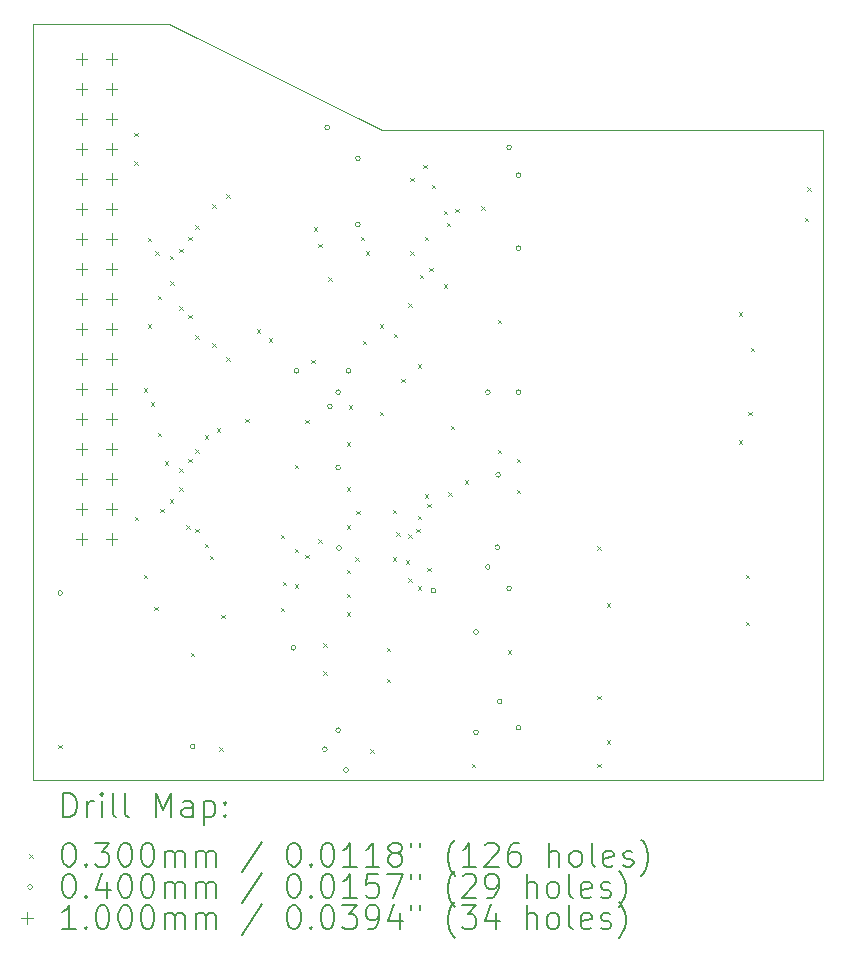
<source format=gbr>
%TF.GenerationSoftware,KiCad,Pcbnew,8.0.9*%
%TF.CreationDate,2025-05-10T12:34:39+01:00*%
%TF.ProjectId,megaflash,6d656761-666c-4617-9368-2e6b69636164,rev?*%
%TF.SameCoordinates,Original*%
%TF.FileFunction,Drillmap*%
%TF.FilePolarity,Positive*%
%FSLAX45Y45*%
G04 Gerber Fmt 4.5, Leading zero omitted, Abs format (unit mm)*
G04 Created by KiCad (PCBNEW 8.0.9) date 2025-05-10 12:34:39*
%MOMM*%
%LPD*%
G01*
G04 APERTURE LIST*
%ADD10C,0.100000*%
%ADD11C,0.200000*%
G04 APERTURE END LIST*
D10*
X6750000Y-11400000D02*
X13440000Y-11400000D01*
X9700000Y-5900000D02*
X7900000Y-5000000D01*
X6750000Y-5000000D02*
X7900000Y-5000000D01*
X13440000Y-5900000D02*
X9700000Y-5900000D01*
X6750000Y-5000000D02*
X6750000Y-11400000D01*
X13440000Y-11400000D02*
X13440000Y-5900000D01*
D11*
D10*
X6965000Y-11105000D02*
X6995000Y-11135000D01*
X6995000Y-11105000D02*
X6965000Y-11135000D01*
X7605000Y-5925000D02*
X7635000Y-5955000D01*
X7635000Y-5925000D02*
X7605000Y-5955000D01*
X7605000Y-6165000D02*
X7635000Y-6195000D01*
X7635000Y-6165000D02*
X7605000Y-6195000D01*
X7612000Y-9175000D02*
X7642000Y-9205000D01*
X7642000Y-9175000D02*
X7612000Y-9205000D01*
X7685000Y-8085000D02*
X7715000Y-8115000D01*
X7715000Y-8085000D02*
X7685000Y-8115000D01*
X7685000Y-9665000D02*
X7715000Y-9695000D01*
X7715000Y-9665000D02*
X7685000Y-9695000D01*
X7719000Y-6811000D02*
X7749000Y-6841000D01*
X7749000Y-6811000D02*
X7719000Y-6841000D01*
X7719000Y-7545000D02*
X7749000Y-7575000D01*
X7749000Y-7545000D02*
X7719000Y-7575000D01*
X7745000Y-8205000D02*
X7775000Y-8235000D01*
X7775000Y-8205000D02*
X7745000Y-8235000D01*
X7775000Y-9935000D02*
X7805000Y-9965000D01*
X7805000Y-9935000D02*
X7775000Y-9965000D01*
X7785000Y-6925000D02*
X7815000Y-6955000D01*
X7815000Y-6925000D02*
X7785000Y-6955000D01*
X7805000Y-8465000D02*
X7835000Y-8495000D01*
X7835000Y-8465000D02*
X7805000Y-8495000D01*
X7805000Y-7305000D02*
X7835000Y-7335000D01*
X7835000Y-7305000D02*
X7805000Y-7335000D01*
X7825000Y-9105000D02*
X7855000Y-9135000D01*
X7855000Y-9105000D02*
X7825000Y-9135000D01*
X7865000Y-8705000D02*
X7895000Y-8735000D01*
X7895000Y-8705000D02*
X7865000Y-8735000D01*
X7905000Y-6965000D02*
X7935000Y-6995000D01*
X7935000Y-6965000D02*
X7905000Y-6995000D01*
X7905000Y-9025000D02*
X7935000Y-9055000D01*
X7935000Y-9025000D02*
X7905000Y-9055000D01*
X7910000Y-7180000D02*
X7940000Y-7210000D01*
X7940000Y-7180000D02*
X7910000Y-7210000D01*
X7985000Y-6905000D02*
X8015000Y-6935000D01*
X8015000Y-6905000D02*
X7985000Y-6935000D01*
X7985000Y-7392000D02*
X8015000Y-7422000D01*
X8015000Y-7392000D02*
X7985000Y-7422000D01*
X7985000Y-8765000D02*
X8015000Y-8795000D01*
X8015000Y-8765000D02*
X7985000Y-8795000D01*
X7985000Y-8925000D02*
X8015000Y-8955000D01*
X8015000Y-8925000D02*
X7985000Y-8955000D01*
X8045000Y-9245300D02*
X8075000Y-9275300D01*
X8075000Y-9245300D02*
X8045000Y-9275300D01*
X8065000Y-6805000D02*
X8095000Y-6835000D01*
X8095000Y-6805000D02*
X8065000Y-6835000D01*
X8065000Y-7465000D02*
X8095000Y-7495000D01*
X8095000Y-7465000D02*
X8065000Y-7495000D01*
X8065000Y-8685000D02*
X8095000Y-8715000D01*
X8095000Y-8685000D02*
X8065000Y-8715000D01*
X8085000Y-10325000D02*
X8115000Y-10355000D01*
X8115000Y-10325000D02*
X8085000Y-10355000D01*
X8125000Y-6705000D02*
X8155000Y-6735000D01*
X8155000Y-6705000D02*
X8125000Y-6735000D01*
X8125000Y-7639000D02*
X8155000Y-7669000D01*
X8155000Y-7639000D02*
X8125000Y-7669000D01*
X8125000Y-8605000D02*
X8155000Y-8635000D01*
X8155000Y-8605000D02*
X8125000Y-8635000D01*
X8125000Y-9278000D02*
X8155000Y-9308000D01*
X8155000Y-9278000D02*
X8125000Y-9308000D01*
X8205000Y-8485000D02*
X8235000Y-8515000D01*
X8235000Y-8485000D02*
X8205000Y-8515000D01*
X8205000Y-9405000D02*
X8235000Y-9435000D01*
X8235000Y-9405000D02*
X8205000Y-9435000D01*
X8245000Y-9505000D02*
X8275000Y-9535000D01*
X8275000Y-9505000D02*
X8245000Y-9535000D01*
X8265000Y-7705000D02*
X8295000Y-7735000D01*
X8295000Y-7705000D02*
X8265000Y-7735000D01*
X8265000Y-6529750D02*
X8295000Y-6559750D01*
X8295000Y-6529750D02*
X8265000Y-6559750D01*
X8305000Y-8425000D02*
X8335000Y-8455000D01*
X8335000Y-8425000D02*
X8305000Y-8455000D01*
X8325000Y-11125000D02*
X8355000Y-11155000D01*
X8355000Y-11125000D02*
X8325000Y-11155000D01*
X8345000Y-10005000D02*
X8375000Y-10035000D01*
X8375000Y-10005000D02*
X8345000Y-10035000D01*
X8385000Y-6445000D02*
X8415000Y-6475000D01*
X8415000Y-6445000D02*
X8385000Y-6475000D01*
X8385000Y-7825000D02*
X8415000Y-7855000D01*
X8415000Y-7825000D02*
X8385000Y-7855000D01*
X8545000Y-8345000D02*
X8575000Y-8375000D01*
X8575000Y-8345000D02*
X8545000Y-8375000D01*
X8645000Y-7585000D02*
X8675000Y-7615000D01*
X8675000Y-7585000D02*
X8645000Y-7615000D01*
X8745000Y-7665000D02*
X8775000Y-7695000D01*
X8775000Y-7665000D02*
X8745000Y-7695000D01*
X8845000Y-9326750D02*
X8875000Y-9356750D01*
X8875000Y-9326750D02*
X8845000Y-9356750D01*
X8845000Y-9945000D02*
X8875000Y-9975000D01*
X8875000Y-9945000D02*
X8845000Y-9975000D01*
X8865000Y-9725000D02*
X8895000Y-9755000D01*
X8895000Y-9725000D02*
X8865000Y-9755000D01*
X8965000Y-8735000D02*
X8995000Y-8765000D01*
X8995000Y-8735000D02*
X8965000Y-8765000D01*
X8965000Y-9445000D02*
X8995000Y-9475000D01*
X8995000Y-9445000D02*
X8965000Y-9475000D01*
X8965000Y-9745000D02*
X8995000Y-9775000D01*
X8995000Y-9745000D02*
X8965000Y-9775000D01*
X9055250Y-8354750D02*
X9085250Y-8384750D01*
X9085250Y-8354750D02*
X9055250Y-8384750D01*
X9055250Y-9495250D02*
X9085250Y-9525250D01*
X9085250Y-9495250D02*
X9055250Y-9525250D01*
X9105000Y-7845000D02*
X9135000Y-7875000D01*
X9135000Y-7845000D02*
X9105000Y-7875000D01*
X9125000Y-6725000D02*
X9155000Y-6755000D01*
X9155000Y-6725000D02*
X9125000Y-6755000D01*
X9165000Y-6865000D02*
X9195000Y-6895000D01*
X9195000Y-6865000D02*
X9165000Y-6895000D01*
X9165000Y-9365000D02*
X9195000Y-9395000D01*
X9195000Y-9365000D02*
X9165000Y-9395000D01*
X9205000Y-10247500D02*
X9235000Y-10277500D01*
X9235000Y-10247500D02*
X9205000Y-10277500D01*
X9205000Y-10485000D02*
X9235000Y-10515000D01*
X9235000Y-10485000D02*
X9205000Y-10515000D01*
X9248000Y-7145000D02*
X9278000Y-7175000D01*
X9278000Y-7145000D02*
X9248000Y-7175000D01*
X9405000Y-8545000D02*
X9435000Y-8575000D01*
X9435000Y-8545000D02*
X9405000Y-8575000D01*
X9405000Y-8925000D02*
X9435000Y-8955000D01*
X9435000Y-8925000D02*
X9405000Y-8955000D01*
X9405000Y-9245000D02*
X9435000Y-9275000D01*
X9435000Y-9245000D02*
X9405000Y-9275000D01*
X9405000Y-9625000D02*
X9435000Y-9655000D01*
X9435000Y-9625000D02*
X9405000Y-9655000D01*
X9405000Y-9825000D02*
X9435000Y-9855000D01*
X9435000Y-9825000D02*
X9405000Y-9855000D01*
X9405000Y-9985000D02*
X9435000Y-10015000D01*
X9435000Y-9985000D02*
X9405000Y-10015000D01*
X9424000Y-8229281D02*
X9454000Y-8259281D01*
X9454000Y-8229281D02*
X9424000Y-8259281D01*
X9475250Y-9517250D02*
X9505250Y-9547250D01*
X9505250Y-9517250D02*
X9475250Y-9547250D01*
X9485000Y-9125000D02*
X9515000Y-9155000D01*
X9515000Y-9125000D02*
X9485000Y-9155000D01*
X9525000Y-6805000D02*
X9555000Y-6835000D01*
X9555000Y-6805000D02*
X9525000Y-6835000D01*
X9541000Y-7685000D02*
X9571000Y-7715000D01*
X9571000Y-7685000D02*
X9541000Y-7715000D01*
X9565000Y-6925000D02*
X9595000Y-6955000D01*
X9595000Y-6925000D02*
X9565000Y-6955000D01*
X9605000Y-11145000D02*
X9635000Y-11175000D01*
X9635000Y-11145000D02*
X9605000Y-11175000D01*
X9685000Y-7545000D02*
X9715000Y-7575000D01*
X9715000Y-7545000D02*
X9685000Y-7575000D01*
X9685000Y-8285000D02*
X9715000Y-8315000D01*
X9715000Y-8285000D02*
X9685000Y-8315000D01*
X9745000Y-10285000D02*
X9775000Y-10315000D01*
X9775000Y-10285000D02*
X9745000Y-10315000D01*
X9745000Y-10545000D02*
X9775000Y-10575000D01*
X9775000Y-10545000D02*
X9745000Y-10575000D01*
X9794750Y-9517250D02*
X9824750Y-9547250D01*
X9824750Y-9517250D02*
X9794750Y-9547250D01*
X9796750Y-9116750D02*
X9826750Y-9146750D01*
X9826750Y-9116750D02*
X9796750Y-9146750D01*
X9805000Y-7625000D02*
X9835000Y-7655000D01*
X9835000Y-7625000D02*
X9805000Y-7655000D01*
X9825000Y-9305000D02*
X9855000Y-9335000D01*
X9855000Y-9305000D02*
X9825000Y-9335000D01*
X9865001Y-8005000D02*
X9895001Y-8035000D01*
X9895001Y-8005000D02*
X9865001Y-8035000D01*
X9905000Y-9545000D02*
X9935000Y-9575000D01*
X9935000Y-9545000D02*
X9905000Y-9575000D01*
X9925000Y-7365000D02*
X9955000Y-7395000D01*
X9955000Y-7365000D02*
X9925000Y-7395000D01*
X9925000Y-9325000D02*
X9955000Y-9355000D01*
X9955000Y-9325000D02*
X9925000Y-9355000D01*
X9925000Y-9695000D02*
X9955000Y-9725000D01*
X9955000Y-9695000D02*
X9925000Y-9725000D01*
X9945000Y-6305000D02*
X9975000Y-6335000D01*
X9975000Y-6305000D02*
X9945000Y-6335000D01*
X9945000Y-6925000D02*
X9975000Y-6955000D01*
X9975000Y-6925000D02*
X9945000Y-6955000D01*
X9995725Y-9277850D02*
X10025725Y-9307850D01*
X10025725Y-9277850D02*
X9995725Y-9307850D01*
X10005000Y-7885000D02*
X10035000Y-7915000D01*
X10035000Y-7885000D02*
X10005000Y-7915000D01*
X10005000Y-9165000D02*
X10035000Y-9195000D01*
X10035000Y-9165000D02*
X10005000Y-9195000D01*
X10005000Y-9765000D02*
X10035000Y-9795000D01*
X10035000Y-9765000D02*
X10005000Y-9795000D01*
X10025000Y-7125000D02*
X10055000Y-7155000D01*
X10055000Y-7125000D02*
X10025000Y-7155000D01*
X10055000Y-6195000D02*
X10085000Y-6225000D01*
X10085000Y-6195000D02*
X10055000Y-6225000D01*
X10065000Y-8985000D02*
X10095000Y-9015000D01*
X10095000Y-8985000D02*
X10065000Y-9015000D01*
X10065001Y-6805001D02*
X10095001Y-6835001D01*
X10095001Y-6805001D02*
X10065001Y-6835001D01*
X10085000Y-9065000D02*
X10115000Y-9095000D01*
X10115000Y-9065000D02*
X10085000Y-9095000D01*
X10085000Y-9605000D02*
X10115000Y-9635000D01*
X10115000Y-9605000D02*
X10085000Y-9635000D01*
X10105000Y-7065000D02*
X10135000Y-7095000D01*
X10135000Y-7065000D02*
X10105000Y-7095000D01*
X10125000Y-6365000D02*
X10155000Y-6395000D01*
X10155000Y-6365000D02*
X10125000Y-6395000D01*
X10225000Y-6585000D02*
X10255000Y-6615000D01*
X10255000Y-6585000D02*
X10225000Y-6615000D01*
X10225000Y-7207000D02*
X10255000Y-7237000D01*
X10255000Y-7207000D02*
X10225000Y-7237000D01*
X10252000Y-6685000D02*
X10282000Y-6715000D01*
X10282000Y-6685000D02*
X10252000Y-6715000D01*
X10265000Y-8965000D02*
X10295000Y-8995000D01*
X10295000Y-8965000D02*
X10265000Y-8995000D01*
X10285000Y-8404000D02*
X10315000Y-8434000D01*
X10315000Y-8404000D02*
X10285000Y-8434000D01*
X10325000Y-6565000D02*
X10355000Y-6595000D01*
X10355000Y-6565000D02*
X10325000Y-6595000D01*
X10405000Y-8865000D02*
X10435000Y-8895000D01*
X10435000Y-8865000D02*
X10405000Y-8895000D01*
X10465000Y-11265000D02*
X10495000Y-11295000D01*
X10495000Y-11265000D02*
X10465000Y-11295000D01*
X10545000Y-6545000D02*
X10575000Y-6575000D01*
X10575000Y-6545000D02*
X10545000Y-6575000D01*
X10682000Y-7505000D02*
X10712000Y-7535000D01*
X10712000Y-7505000D02*
X10682000Y-7535000D01*
X10682000Y-8608750D02*
X10712000Y-8638750D01*
X10712000Y-8608750D02*
X10682000Y-8638750D01*
X10768000Y-10305000D02*
X10798000Y-10335000D01*
X10798000Y-10305000D02*
X10768000Y-10335000D01*
X10845000Y-8685000D02*
X10875000Y-8715000D01*
X10875000Y-8685000D02*
X10845000Y-8715000D01*
X10845000Y-8945000D02*
X10875000Y-8975000D01*
X10875000Y-8945000D02*
X10845000Y-8975000D01*
X11525000Y-9425000D02*
X11555000Y-9455000D01*
X11555000Y-9425000D02*
X11525000Y-9455000D01*
X11525000Y-10690000D02*
X11555000Y-10720000D01*
X11555000Y-10690000D02*
X11525000Y-10720000D01*
X11525000Y-11265000D02*
X11555000Y-11295000D01*
X11555000Y-11265000D02*
X11525000Y-11295000D01*
X11605000Y-9905000D02*
X11635000Y-9935000D01*
X11635000Y-9905000D02*
X11605000Y-9935000D01*
X11605000Y-11065000D02*
X11635000Y-11095000D01*
X11635000Y-11065000D02*
X11605000Y-11095000D01*
X12725000Y-7445000D02*
X12755000Y-7475000D01*
X12755000Y-7445000D02*
X12725000Y-7475000D01*
X12725000Y-8525000D02*
X12755000Y-8555000D01*
X12755000Y-8525000D02*
X12725000Y-8555000D01*
X12784998Y-9665000D02*
X12814998Y-9695000D01*
X12814998Y-9665000D02*
X12784998Y-9695000D01*
X12785000Y-10065000D02*
X12815000Y-10095000D01*
X12815000Y-10065000D02*
X12785000Y-10095000D01*
X12805000Y-8285000D02*
X12835000Y-8315000D01*
X12835000Y-8285000D02*
X12805000Y-8315000D01*
X12825000Y-7745000D02*
X12855000Y-7775000D01*
X12855000Y-7745000D02*
X12825000Y-7775000D01*
X13285000Y-6645000D02*
X13315000Y-6675000D01*
X13315000Y-6645000D02*
X13285000Y-6675000D01*
X13305000Y-6385000D02*
X13335000Y-6415000D01*
X13335000Y-6385000D02*
X13305000Y-6415000D01*
X7000000Y-9820000D02*
G75*
G02*
X6960000Y-9820000I-20000J0D01*
G01*
X6960000Y-9820000D02*
G75*
G02*
X7000000Y-9820000I20000J0D01*
G01*
X8120000Y-11120000D02*
G75*
G02*
X8080000Y-11120000I-20000J0D01*
G01*
X8080000Y-11120000D02*
G75*
G02*
X8120000Y-11120000I20000J0D01*
G01*
X8972867Y-10284500D02*
G75*
G02*
X8932867Y-10284500I-20000J0D01*
G01*
X8932867Y-10284500D02*
G75*
G02*
X8972867Y-10284500I20000J0D01*
G01*
X9000000Y-7940000D02*
G75*
G02*
X8960000Y-7940000I-20000J0D01*
G01*
X8960000Y-7940000D02*
G75*
G02*
X9000000Y-7940000I20000J0D01*
G01*
X9240000Y-11143000D02*
G75*
G02*
X9200000Y-11143000I-20000J0D01*
G01*
X9200000Y-11143000D02*
G75*
G02*
X9240000Y-11143000I20000J0D01*
G01*
X9260000Y-5880000D02*
G75*
G02*
X9220000Y-5880000I-20000J0D01*
G01*
X9220000Y-5880000D02*
G75*
G02*
X9260000Y-5880000I20000J0D01*
G01*
X9283000Y-8240000D02*
G75*
G02*
X9243000Y-8240000I-20000J0D01*
G01*
X9243000Y-8240000D02*
G75*
G02*
X9283000Y-8240000I20000J0D01*
G01*
X9353000Y-8120000D02*
G75*
G02*
X9313000Y-8120000I-20000J0D01*
G01*
X9313000Y-8120000D02*
G75*
G02*
X9353000Y-8120000I20000J0D01*
G01*
X9353000Y-8760000D02*
G75*
G02*
X9313000Y-8760000I-20000J0D01*
G01*
X9313000Y-8760000D02*
G75*
G02*
X9353000Y-8760000I20000J0D01*
G01*
X9353000Y-10981800D02*
G75*
G02*
X9313000Y-10981800I-20000J0D01*
G01*
X9313000Y-10981800D02*
G75*
G02*
X9353000Y-10981800I20000J0D01*
G01*
X9360000Y-9440000D02*
G75*
G02*
X9320000Y-9440000I-20000J0D01*
G01*
X9320000Y-9440000D02*
G75*
G02*
X9360000Y-9440000I20000J0D01*
G01*
X9420000Y-11320000D02*
G75*
G02*
X9380000Y-11320000I-20000J0D01*
G01*
X9380000Y-11320000D02*
G75*
G02*
X9420000Y-11320000I20000J0D01*
G01*
X9440000Y-7940000D02*
G75*
G02*
X9400000Y-7940000I-20000J0D01*
G01*
X9400000Y-7940000D02*
G75*
G02*
X9440000Y-7940000I20000J0D01*
G01*
X9520000Y-6140000D02*
G75*
G02*
X9480000Y-6140000I-20000J0D01*
G01*
X9480000Y-6140000D02*
G75*
G02*
X9520000Y-6140000I20000J0D01*
G01*
X9520000Y-6700000D02*
G75*
G02*
X9480000Y-6700000I-20000J0D01*
G01*
X9480000Y-6700000D02*
G75*
G02*
X9520000Y-6700000I20000J0D01*
G01*
X10160000Y-9800000D02*
G75*
G02*
X10120000Y-9800000I-20000J0D01*
G01*
X10120000Y-9800000D02*
G75*
G02*
X10160000Y-9800000I20000J0D01*
G01*
X10520000Y-10150000D02*
G75*
G02*
X10480000Y-10150000I-20000J0D01*
G01*
X10480000Y-10150000D02*
G75*
G02*
X10520000Y-10150000I20000J0D01*
G01*
X10520000Y-11000000D02*
G75*
G02*
X10480000Y-11000000I-20000J0D01*
G01*
X10480000Y-11000000D02*
G75*
G02*
X10520000Y-11000000I20000J0D01*
G01*
X10620000Y-8120000D02*
G75*
G02*
X10580000Y-8120000I-20000J0D01*
G01*
X10580000Y-8120000D02*
G75*
G02*
X10620000Y-8120000I20000J0D01*
G01*
X10620000Y-9600000D02*
G75*
G02*
X10580000Y-9600000I-20000J0D01*
G01*
X10580000Y-9600000D02*
G75*
G02*
X10620000Y-9600000I20000J0D01*
G01*
X10699999Y-9432999D02*
G75*
G02*
X10659999Y-9432999I-20000J0D01*
G01*
X10659999Y-9432999D02*
G75*
G02*
X10699999Y-9432999I20000J0D01*
G01*
X10707000Y-8820000D02*
G75*
G02*
X10667000Y-8820000I-20000J0D01*
G01*
X10667000Y-8820000D02*
G75*
G02*
X10707000Y-8820000I20000J0D01*
G01*
X10719999Y-10740000D02*
G75*
G02*
X10679999Y-10740000I-20000J0D01*
G01*
X10679999Y-10740000D02*
G75*
G02*
X10719999Y-10740000I20000J0D01*
G01*
X10800000Y-6047359D02*
G75*
G02*
X10760000Y-6047359I-20000J0D01*
G01*
X10760000Y-6047359D02*
G75*
G02*
X10800000Y-6047359I20000J0D01*
G01*
X10800000Y-9780000D02*
G75*
G02*
X10760000Y-9780000I-20000J0D01*
G01*
X10760000Y-9780000D02*
G75*
G02*
X10800000Y-9780000I20000J0D01*
G01*
X10880000Y-6283000D02*
G75*
G02*
X10840000Y-6283000I-20000J0D01*
G01*
X10840000Y-6283000D02*
G75*
G02*
X10880000Y-6283000I20000J0D01*
G01*
X10880000Y-6900000D02*
G75*
G02*
X10840000Y-6900000I-20000J0D01*
G01*
X10840000Y-6900000D02*
G75*
G02*
X10880000Y-6900000I20000J0D01*
G01*
X10880000Y-8120000D02*
G75*
G02*
X10840000Y-8120000I-20000J0D01*
G01*
X10840000Y-8120000D02*
G75*
G02*
X10880000Y-8120000I20000J0D01*
G01*
X10880000Y-10960000D02*
G75*
G02*
X10840000Y-10960000I-20000J0D01*
G01*
X10840000Y-10960000D02*
G75*
G02*
X10880000Y-10960000I20000J0D01*
G01*
X7160000Y-5252000D02*
X7160000Y-5352000D01*
X7110000Y-5302000D02*
X7210000Y-5302000D01*
X7160000Y-5506000D02*
X7160000Y-5606000D01*
X7110000Y-5556000D02*
X7210000Y-5556000D01*
X7160000Y-5760000D02*
X7160000Y-5860000D01*
X7110000Y-5810000D02*
X7210000Y-5810000D01*
X7160000Y-6014000D02*
X7160000Y-6114000D01*
X7110000Y-6064000D02*
X7210000Y-6064000D01*
X7160000Y-6268000D02*
X7160000Y-6368000D01*
X7110000Y-6318000D02*
X7210000Y-6318000D01*
X7160000Y-6522000D02*
X7160000Y-6622000D01*
X7110000Y-6572000D02*
X7210000Y-6572000D01*
X7160000Y-6776000D02*
X7160000Y-6876000D01*
X7110000Y-6826000D02*
X7210000Y-6826000D01*
X7160000Y-7030000D02*
X7160000Y-7130000D01*
X7110000Y-7080000D02*
X7210000Y-7080000D01*
X7160000Y-7284000D02*
X7160000Y-7384000D01*
X7110000Y-7334000D02*
X7210000Y-7334000D01*
X7160000Y-7538000D02*
X7160000Y-7638000D01*
X7110000Y-7588000D02*
X7210000Y-7588000D01*
X7160000Y-7792000D02*
X7160000Y-7892000D01*
X7110000Y-7842000D02*
X7210000Y-7842000D01*
X7160000Y-8046000D02*
X7160000Y-8146000D01*
X7110000Y-8096000D02*
X7210000Y-8096000D01*
X7160000Y-8300000D02*
X7160000Y-8400000D01*
X7110000Y-8350000D02*
X7210000Y-8350000D01*
X7160000Y-8554000D02*
X7160000Y-8654000D01*
X7110000Y-8604000D02*
X7210000Y-8604000D01*
X7160000Y-8808000D02*
X7160000Y-8908000D01*
X7110000Y-8858000D02*
X7210000Y-8858000D01*
X7160000Y-9062000D02*
X7160000Y-9162000D01*
X7110000Y-9112000D02*
X7210000Y-9112000D01*
X7160000Y-9316000D02*
X7160000Y-9416000D01*
X7110000Y-9366000D02*
X7210000Y-9366000D01*
X7414000Y-5252000D02*
X7414000Y-5352000D01*
X7364000Y-5302000D02*
X7464000Y-5302000D01*
X7414000Y-5506000D02*
X7414000Y-5606000D01*
X7364000Y-5556000D02*
X7464000Y-5556000D01*
X7414000Y-5760000D02*
X7414000Y-5860000D01*
X7364000Y-5810000D02*
X7464000Y-5810000D01*
X7414000Y-6014000D02*
X7414000Y-6114000D01*
X7364000Y-6064000D02*
X7464000Y-6064000D01*
X7414000Y-6268000D02*
X7414000Y-6368000D01*
X7364000Y-6318000D02*
X7464000Y-6318000D01*
X7414000Y-6522000D02*
X7414000Y-6622000D01*
X7364000Y-6572000D02*
X7464000Y-6572000D01*
X7414000Y-6776000D02*
X7414000Y-6876000D01*
X7364000Y-6826000D02*
X7464000Y-6826000D01*
X7414000Y-7030000D02*
X7414000Y-7130000D01*
X7364000Y-7080000D02*
X7464000Y-7080000D01*
X7414000Y-7284000D02*
X7414000Y-7384000D01*
X7364000Y-7334000D02*
X7464000Y-7334000D01*
X7414000Y-7538000D02*
X7414000Y-7638000D01*
X7364000Y-7588000D02*
X7464000Y-7588000D01*
X7414000Y-7792000D02*
X7414000Y-7892000D01*
X7364000Y-7842000D02*
X7464000Y-7842000D01*
X7414000Y-8046000D02*
X7414000Y-8146000D01*
X7364000Y-8096000D02*
X7464000Y-8096000D01*
X7414000Y-8300000D02*
X7414000Y-8400000D01*
X7364000Y-8350000D02*
X7464000Y-8350000D01*
X7414000Y-8554000D02*
X7414000Y-8654000D01*
X7364000Y-8604000D02*
X7464000Y-8604000D01*
X7414000Y-8808000D02*
X7414000Y-8908000D01*
X7364000Y-8858000D02*
X7464000Y-8858000D01*
X7414000Y-9062000D02*
X7414000Y-9162000D01*
X7364000Y-9112000D02*
X7464000Y-9112000D01*
X7414000Y-9316000D02*
X7414000Y-9416000D01*
X7364000Y-9366000D02*
X7464000Y-9366000D01*
D11*
X7005777Y-11716484D02*
X7005777Y-11516484D01*
X7005777Y-11516484D02*
X7053396Y-11516484D01*
X7053396Y-11516484D02*
X7081967Y-11526008D01*
X7081967Y-11526008D02*
X7101015Y-11545055D01*
X7101015Y-11545055D02*
X7110539Y-11564103D01*
X7110539Y-11564103D02*
X7120062Y-11602198D01*
X7120062Y-11602198D02*
X7120062Y-11630769D01*
X7120062Y-11630769D02*
X7110539Y-11668865D01*
X7110539Y-11668865D02*
X7101015Y-11687912D01*
X7101015Y-11687912D02*
X7081967Y-11706960D01*
X7081967Y-11706960D02*
X7053396Y-11716484D01*
X7053396Y-11716484D02*
X7005777Y-11716484D01*
X7205777Y-11716484D02*
X7205777Y-11583150D01*
X7205777Y-11621246D02*
X7215301Y-11602198D01*
X7215301Y-11602198D02*
X7224824Y-11592674D01*
X7224824Y-11592674D02*
X7243872Y-11583150D01*
X7243872Y-11583150D02*
X7262920Y-11583150D01*
X7329586Y-11716484D02*
X7329586Y-11583150D01*
X7329586Y-11516484D02*
X7320062Y-11526008D01*
X7320062Y-11526008D02*
X7329586Y-11535531D01*
X7329586Y-11535531D02*
X7339110Y-11526008D01*
X7339110Y-11526008D02*
X7329586Y-11516484D01*
X7329586Y-11516484D02*
X7329586Y-11535531D01*
X7453396Y-11716484D02*
X7434348Y-11706960D01*
X7434348Y-11706960D02*
X7424824Y-11687912D01*
X7424824Y-11687912D02*
X7424824Y-11516484D01*
X7558158Y-11716484D02*
X7539110Y-11706960D01*
X7539110Y-11706960D02*
X7529586Y-11687912D01*
X7529586Y-11687912D02*
X7529586Y-11516484D01*
X7786729Y-11716484D02*
X7786729Y-11516484D01*
X7786729Y-11516484D02*
X7853396Y-11659341D01*
X7853396Y-11659341D02*
X7920062Y-11516484D01*
X7920062Y-11516484D02*
X7920062Y-11716484D01*
X8101015Y-11716484D02*
X8101015Y-11611722D01*
X8101015Y-11611722D02*
X8091491Y-11592674D01*
X8091491Y-11592674D02*
X8072443Y-11583150D01*
X8072443Y-11583150D02*
X8034348Y-11583150D01*
X8034348Y-11583150D02*
X8015301Y-11592674D01*
X8101015Y-11706960D02*
X8081967Y-11716484D01*
X8081967Y-11716484D02*
X8034348Y-11716484D01*
X8034348Y-11716484D02*
X8015301Y-11706960D01*
X8015301Y-11706960D02*
X8005777Y-11687912D01*
X8005777Y-11687912D02*
X8005777Y-11668865D01*
X8005777Y-11668865D02*
X8015301Y-11649817D01*
X8015301Y-11649817D02*
X8034348Y-11640293D01*
X8034348Y-11640293D02*
X8081967Y-11640293D01*
X8081967Y-11640293D02*
X8101015Y-11630769D01*
X8196253Y-11583150D02*
X8196253Y-11783150D01*
X8196253Y-11592674D02*
X8215301Y-11583150D01*
X8215301Y-11583150D02*
X8253396Y-11583150D01*
X8253396Y-11583150D02*
X8272443Y-11592674D01*
X8272443Y-11592674D02*
X8281967Y-11602198D01*
X8281967Y-11602198D02*
X8291491Y-11621246D01*
X8291491Y-11621246D02*
X8291491Y-11678388D01*
X8291491Y-11678388D02*
X8281967Y-11697436D01*
X8281967Y-11697436D02*
X8272443Y-11706960D01*
X8272443Y-11706960D02*
X8253396Y-11716484D01*
X8253396Y-11716484D02*
X8215301Y-11716484D01*
X8215301Y-11716484D02*
X8196253Y-11706960D01*
X8377205Y-11697436D02*
X8386729Y-11706960D01*
X8386729Y-11706960D02*
X8377205Y-11716484D01*
X8377205Y-11716484D02*
X8367682Y-11706960D01*
X8367682Y-11706960D02*
X8377205Y-11697436D01*
X8377205Y-11697436D02*
X8377205Y-11716484D01*
X8377205Y-11592674D02*
X8386729Y-11602198D01*
X8386729Y-11602198D02*
X8377205Y-11611722D01*
X8377205Y-11611722D02*
X8367682Y-11602198D01*
X8367682Y-11602198D02*
X8377205Y-11592674D01*
X8377205Y-11592674D02*
X8377205Y-11611722D01*
D10*
X6715000Y-12030000D02*
X6745000Y-12060000D01*
X6745000Y-12030000D02*
X6715000Y-12060000D01*
D11*
X7043872Y-11936484D02*
X7062920Y-11936484D01*
X7062920Y-11936484D02*
X7081967Y-11946008D01*
X7081967Y-11946008D02*
X7091491Y-11955531D01*
X7091491Y-11955531D02*
X7101015Y-11974579D01*
X7101015Y-11974579D02*
X7110539Y-12012674D01*
X7110539Y-12012674D02*
X7110539Y-12060293D01*
X7110539Y-12060293D02*
X7101015Y-12098388D01*
X7101015Y-12098388D02*
X7091491Y-12117436D01*
X7091491Y-12117436D02*
X7081967Y-12126960D01*
X7081967Y-12126960D02*
X7062920Y-12136484D01*
X7062920Y-12136484D02*
X7043872Y-12136484D01*
X7043872Y-12136484D02*
X7024824Y-12126960D01*
X7024824Y-12126960D02*
X7015301Y-12117436D01*
X7015301Y-12117436D02*
X7005777Y-12098388D01*
X7005777Y-12098388D02*
X6996253Y-12060293D01*
X6996253Y-12060293D02*
X6996253Y-12012674D01*
X6996253Y-12012674D02*
X7005777Y-11974579D01*
X7005777Y-11974579D02*
X7015301Y-11955531D01*
X7015301Y-11955531D02*
X7024824Y-11946008D01*
X7024824Y-11946008D02*
X7043872Y-11936484D01*
X7196253Y-12117436D02*
X7205777Y-12126960D01*
X7205777Y-12126960D02*
X7196253Y-12136484D01*
X7196253Y-12136484D02*
X7186729Y-12126960D01*
X7186729Y-12126960D02*
X7196253Y-12117436D01*
X7196253Y-12117436D02*
X7196253Y-12136484D01*
X7272443Y-11936484D02*
X7396253Y-11936484D01*
X7396253Y-11936484D02*
X7329586Y-12012674D01*
X7329586Y-12012674D02*
X7358158Y-12012674D01*
X7358158Y-12012674D02*
X7377205Y-12022198D01*
X7377205Y-12022198D02*
X7386729Y-12031722D01*
X7386729Y-12031722D02*
X7396253Y-12050769D01*
X7396253Y-12050769D02*
X7396253Y-12098388D01*
X7396253Y-12098388D02*
X7386729Y-12117436D01*
X7386729Y-12117436D02*
X7377205Y-12126960D01*
X7377205Y-12126960D02*
X7358158Y-12136484D01*
X7358158Y-12136484D02*
X7301015Y-12136484D01*
X7301015Y-12136484D02*
X7281967Y-12126960D01*
X7281967Y-12126960D02*
X7272443Y-12117436D01*
X7520062Y-11936484D02*
X7539110Y-11936484D01*
X7539110Y-11936484D02*
X7558158Y-11946008D01*
X7558158Y-11946008D02*
X7567682Y-11955531D01*
X7567682Y-11955531D02*
X7577205Y-11974579D01*
X7577205Y-11974579D02*
X7586729Y-12012674D01*
X7586729Y-12012674D02*
X7586729Y-12060293D01*
X7586729Y-12060293D02*
X7577205Y-12098388D01*
X7577205Y-12098388D02*
X7567682Y-12117436D01*
X7567682Y-12117436D02*
X7558158Y-12126960D01*
X7558158Y-12126960D02*
X7539110Y-12136484D01*
X7539110Y-12136484D02*
X7520062Y-12136484D01*
X7520062Y-12136484D02*
X7501015Y-12126960D01*
X7501015Y-12126960D02*
X7491491Y-12117436D01*
X7491491Y-12117436D02*
X7481967Y-12098388D01*
X7481967Y-12098388D02*
X7472443Y-12060293D01*
X7472443Y-12060293D02*
X7472443Y-12012674D01*
X7472443Y-12012674D02*
X7481967Y-11974579D01*
X7481967Y-11974579D02*
X7491491Y-11955531D01*
X7491491Y-11955531D02*
X7501015Y-11946008D01*
X7501015Y-11946008D02*
X7520062Y-11936484D01*
X7710539Y-11936484D02*
X7729586Y-11936484D01*
X7729586Y-11936484D02*
X7748634Y-11946008D01*
X7748634Y-11946008D02*
X7758158Y-11955531D01*
X7758158Y-11955531D02*
X7767682Y-11974579D01*
X7767682Y-11974579D02*
X7777205Y-12012674D01*
X7777205Y-12012674D02*
X7777205Y-12060293D01*
X7777205Y-12060293D02*
X7767682Y-12098388D01*
X7767682Y-12098388D02*
X7758158Y-12117436D01*
X7758158Y-12117436D02*
X7748634Y-12126960D01*
X7748634Y-12126960D02*
X7729586Y-12136484D01*
X7729586Y-12136484D02*
X7710539Y-12136484D01*
X7710539Y-12136484D02*
X7691491Y-12126960D01*
X7691491Y-12126960D02*
X7681967Y-12117436D01*
X7681967Y-12117436D02*
X7672443Y-12098388D01*
X7672443Y-12098388D02*
X7662920Y-12060293D01*
X7662920Y-12060293D02*
X7662920Y-12012674D01*
X7662920Y-12012674D02*
X7672443Y-11974579D01*
X7672443Y-11974579D02*
X7681967Y-11955531D01*
X7681967Y-11955531D02*
X7691491Y-11946008D01*
X7691491Y-11946008D02*
X7710539Y-11936484D01*
X7862920Y-12136484D02*
X7862920Y-12003150D01*
X7862920Y-12022198D02*
X7872443Y-12012674D01*
X7872443Y-12012674D02*
X7891491Y-12003150D01*
X7891491Y-12003150D02*
X7920063Y-12003150D01*
X7920063Y-12003150D02*
X7939110Y-12012674D01*
X7939110Y-12012674D02*
X7948634Y-12031722D01*
X7948634Y-12031722D02*
X7948634Y-12136484D01*
X7948634Y-12031722D02*
X7958158Y-12012674D01*
X7958158Y-12012674D02*
X7977205Y-12003150D01*
X7977205Y-12003150D02*
X8005777Y-12003150D01*
X8005777Y-12003150D02*
X8024824Y-12012674D01*
X8024824Y-12012674D02*
X8034348Y-12031722D01*
X8034348Y-12031722D02*
X8034348Y-12136484D01*
X8129586Y-12136484D02*
X8129586Y-12003150D01*
X8129586Y-12022198D02*
X8139110Y-12012674D01*
X8139110Y-12012674D02*
X8158158Y-12003150D01*
X8158158Y-12003150D02*
X8186729Y-12003150D01*
X8186729Y-12003150D02*
X8205777Y-12012674D01*
X8205777Y-12012674D02*
X8215301Y-12031722D01*
X8215301Y-12031722D02*
X8215301Y-12136484D01*
X8215301Y-12031722D02*
X8224824Y-12012674D01*
X8224824Y-12012674D02*
X8243872Y-12003150D01*
X8243872Y-12003150D02*
X8272443Y-12003150D01*
X8272443Y-12003150D02*
X8291491Y-12012674D01*
X8291491Y-12012674D02*
X8301015Y-12031722D01*
X8301015Y-12031722D02*
X8301015Y-12136484D01*
X8691491Y-11926960D02*
X8520063Y-12184103D01*
X8948634Y-11936484D02*
X8967682Y-11936484D01*
X8967682Y-11936484D02*
X8986729Y-11946008D01*
X8986729Y-11946008D02*
X8996253Y-11955531D01*
X8996253Y-11955531D02*
X9005777Y-11974579D01*
X9005777Y-11974579D02*
X9015301Y-12012674D01*
X9015301Y-12012674D02*
X9015301Y-12060293D01*
X9015301Y-12060293D02*
X9005777Y-12098388D01*
X9005777Y-12098388D02*
X8996253Y-12117436D01*
X8996253Y-12117436D02*
X8986729Y-12126960D01*
X8986729Y-12126960D02*
X8967682Y-12136484D01*
X8967682Y-12136484D02*
X8948634Y-12136484D01*
X8948634Y-12136484D02*
X8929587Y-12126960D01*
X8929587Y-12126960D02*
X8920063Y-12117436D01*
X8920063Y-12117436D02*
X8910539Y-12098388D01*
X8910539Y-12098388D02*
X8901015Y-12060293D01*
X8901015Y-12060293D02*
X8901015Y-12012674D01*
X8901015Y-12012674D02*
X8910539Y-11974579D01*
X8910539Y-11974579D02*
X8920063Y-11955531D01*
X8920063Y-11955531D02*
X8929587Y-11946008D01*
X8929587Y-11946008D02*
X8948634Y-11936484D01*
X9101015Y-12117436D02*
X9110539Y-12126960D01*
X9110539Y-12126960D02*
X9101015Y-12136484D01*
X9101015Y-12136484D02*
X9091491Y-12126960D01*
X9091491Y-12126960D02*
X9101015Y-12117436D01*
X9101015Y-12117436D02*
X9101015Y-12136484D01*
X9234348Y-11936484D02*
X9253396Y-11936484D01*
X9253396Y-11936484D02*
X9272444Y-11946008D01*
X9272444Y-11946008D02*
X9281968Y-11955531D01*
X9281968Y-11955531D02*
X9291491Y-11974579D01*
X9291491Y-11974579D02*
X9301015Y-12012674D01*
X9301015Y-12012674D02*
X9301015Y-12060293D01*
X9301015Y-12060293D02*
X9291491Y-12098388D01*
X9291491Y-12098388D02*
X9281968Y-12117436D01*
X9281968Y-12117436D02*
X9272444Y-12126960D01*
X9272444Y-12126960D02*
X9253396Y-12136484D01*
X9253396Y-12136484D02*
X9234348Y-12136484D01*
X9234348Y-12136484D02*
X9215301Y-12126960D01*
X9215301Y-12126960D02*
X9205777Y-12117436D01*
X9205777Y-12117436D02*
X9196253Y-12098388D01*
X9196253Y-12098388D02*
X9186729Y-12060293D01*
X9186729Y-12060293D02*
X9186729Y-12012674D01*
X9186729Y-12012674D02*
X9196253Y-11974579D01*
X9196253Y-11974579D02*
X9205777Y-11955531D01*
X9205777Y-11955531D02*
X9215301Y-11946008D01*
X9215301Y-11946008D02*
X9234348Y-11936484D01*
X9491491Y-12136484D02*
X9377206Y-12136484D01*
X9434348Y-12136484D02*
X9434348Y-11936484D01*
X9434348Y-11936484D02*
X9415301Y-11965055D01*
X9415301Y-11965055D02*
X9396253Y-11984103D01*
X9396253Y-11984103D02*
X9377206Y-11993627D01*
X9681968Y-12136484D02*
X9567682Y-12136484D01*
X9624825Y-12136484D02*
X9624825Y-11936484D01*
X9624825Y-11936484D02*
X9605777Y-11965055D01*
X9605777Y-11965055D02*
X9586729Y-11984103D01*
X9586729Y-11984103D02*
X9567682Y-11993627D01*
X9796253Y-12022198D02*
X9777206Y-12012674D01*
X9777206Y-12012674D02*
X9767682Y-12003150D01*
X9767682Y-12003150D02*
X9758158Y-11984103D01*
X9758158Y-11984103D02*
X9758158Y-11974579D01*
X9758158Y-11974579D02*
X9767682Y-11955531D01*
X9767682Y-11955531D02*
X9777206Y-11946008D01*
X9777206Y-11946008D02*
X9796253Y-11936484D01*
X9796253Y-11936484D02*
X9834349Y-11936484D01*
X9834349Y-11936484D02*
X9853396Y-11946008D01*
X9853396Y-11946008D02*
X9862920Y-11955531D01*
X9862920Y-11955531D02*
X9872444Y-11974579D01*
X9872444Y-11974579D02*
X9872444Y-11984103D01*
X9872444Y-11984103D02*
X9862920Y-12003150D01*
X9862920Y-12003150D02*
X9853396Y-12012674D01*
X9853396Y-12012674D02*
X9834349Y-12022198D01*
X9834349Y-12022198D02*
X9796253Y-12022198D01*
X9796253Y-12022198D02*
X9777206Y-12031722D01*
X9777206Y-12031722D02*
X9767682Y-12041246D01*
X9767682Y-12041246D02*
X9758158Y-12060293D01*
X9758158Y-12060293D02*
X9758158Y-12098388D01*
X9758158Y-12098388D02*
X9767682Y-12117436D01*
X9767682Y-12117436D02*
X9777206Y-12126960D01*
X9777206Y-12126960D02*
X9796253Y-12136484D01*
X9796253Y-12136484D02*
X9834349Y-12136484D01*
X9834349Y-12136484D02*
X9853396Y-12126960D01*
X9853396Y-12126960D02*
X9862920Y-12117436D01*
X9862920Y-12117436D02*
X9872444Y-12098388D01*
X9872444Y-12098388D02*
X9872444Y-12060293D01*
X9872444Y-12060293D02*
X9862920Y-12041246D01*
X9862920Y-12041246D02*
X9853396Y-12031722D01*
X9853396Y-12031722D02*
X9834349Y-12022198D01*
X9948634Y-11936484D02*
X9948634Y-11974579D01*
X10024825Y-11936484D02*
X10024825Y-11974579D01*
X10320063Y-12212674D02*
X10310539Y-12203150D01*
X10310539Y-12203150D02*
X10291491Y-12174579D01*
X10291491Y-12174579D02*
X10281968Y-12155531D01*
X10281968Y-12155531D02*
X10272444Y-12126960D01*
X10272444Y-12126960D02*
X10262920Y-12079341D01*
X10262920Y-12079341D02*
X10262920Y-12041246D01*
X10262920Y-12041246D02*
X10272444Y-11993627D01*
X10272444Y-11993627D02*
X10281968Y-11965055D01*
X10281968Y-11965055D02*
X10291491Y-11946008D01*
X10291491Y-11946008D02*
X10310539Y-11917436D01*
X10310539Y-11917436D02*
X10320063Y-11907912D01*
X10501015Y-12136484D02*
X10386730Y-12136484D01*
X10443872Y-12136484D02*
X10443872Y-11936484D01*
X10443872Y-11936484D02*
X10424825Y-11965055D01*
X10424825Y-11965055D02*
X10405777Y-11984103D01*
X10405777Y-11984103D02*
X10386730Y-11993627D01*
X10577206Y-11955531D02*
X10586730Y-11946008D01*
X10586730Y-11946008D02*
X10605777Y-11936484D01*
X10605777Y-11936484D02*
X10653396Y-11936484D01*
X10653396Y-11936484D02*
X10672444Y-11946008D01*
X10672444Y-11946008D02*
X10681968Y-11955531D01*
X10681968Y-11955531D02*
X10691491Y-11974579D01*
X10691491Y-11974579D02*
X10691491Y-11993627D01*
X10691491Y-11993627D02*
X10681968Y-12022198D01*
X10681968Y-12022198D02*
X10567682Y-12136484D01*
X10567682Y-12136484D02*
X10691491Y-12136484D01*
X10862920Y-11936484D02*
X10824825Y-11936484D01*
X10824825Y-11936484D02*
X10805777Y-11946008D01*
X10805777Y-11946008D02*
X10796253Y-11955531D01*
X10796253Y-11955531D02*
X10777206Y-11984103D01*
X10777206Y-11984103D02*
X10767682Y-12022198D01*
X10767682Y-12022198D02*
X10767682Y-12098388D01*
X10767682Y-12098388D02*
X10777206Y-12117436D01*
X10777206Y-12117436D02*
X10786730Y-12126960D01*
X10786730Y-12126960D02*
X10805777Y-12136484D01*
X10805777Y-12136484D02*
X10843872Y-12136484D01*
X10843872Y-12136484D02*
X10862920Y-12126960D01*
X10862920Y-12126960D02*
X10872444Y-12117436D01*
X10872444Y-12117436D02*
X10881968Y-12098388D01*
X10881968Y-12098388D02*
X10881968Y-12050769D01*
X10881968Y-12050769D02*
X10872444Y-12031722D01*
X10872444Y-12031722D02*
X10862920Y-12022198D01*
X10862920Y-12022198D02*
X10843872Y-12012674D01*
X10843872Y-12012674D02*
X10805777Y-12012674D01*
X10805777Y-12012674D02*
X10786730Y-12022198D01*
X10786730Y-12022198D02*
X10777206Y-12031722D01*
X10777206Y-12031722D02*
X10767682Y-12050769D01*
X11120063Y-12136484D02*
X11120063Y-11936484D01*
X11205777Y-12136484D02*
X11205777Y-12031722D01*
X11205777Y-12031722D02*
X11196253Y-12012674D01*
X11196253Y-12012674D02*
X11177206Y-12003150D01*
X11177206Y-12003150D02*
X11148634Y-12003150D01*
X11148634Y-12003150D02*
X11129587Y-12012674D01*
X11129587Y-12012674D02*
X11120063Y-12022198D01*
X11329587Y-12136484D02*
X11310539Y-12126960D01*
X11310539Y-12126960D02*
X11301015Y-12117436D01*
X11301015Y-12117436D02*
X11291491Y-12098388D01*
X11291491Y-12098388D02*
X11291491Y-12041246D01*
X11291491Y-12041246D02*
X11301015Y-12022198D01*
X11301015Y-12022198D02*
X11310539Y-12012674D01*
X11310539Y-12012674D02*
X11329587Y-12003150D01*
X11329587Y-12003150D02*
X11358158Y-12003150D01*
X11358158Y-12003150D02*
X11377206Y-12012674D01*
X11377206Y-12012674D02*
X11386730Y-12022198D01*
X11386730Y-12022198D02*
X11396253Y-12041246D01*
X11396253Y-12041246D02*
X11396253Y-12098388D01*
X11396253Y-12098388D02*
X11386730Y-12117436D01*
X11386730Y-12117436D02*
X11377206Y-12126960D01*
X11377206Y-12126960D02*
X11358158Y-12136484D01*
X11358158Y-12136484D02*
X11329587Y-12136484D01*
X11510539Y-12136484D02*
X11491491Y-12126960D01*
X11491491Y-12126960D02*
X11481968Y-12107912D01*
X11481968Y-12107912D02*
X11481968Y-11936484D01*
X11662920Y-12126960D02*
X11643872Y-12136484D01*
X11643872Y-12136484D02*
X11605777Y-12136484D01*
X11605777Y-12136484D02*
X11586730Y-12126960D01*
X11586730Y-12126960D02*
X11577206Y-12107912D01*
X11577206Y-12107912D02*
X11577206Y-12031722D01*
X11577206Y-12031722D02*
X11586730Y-12012674D01*
X11586730Y-12012674D02*
X11605777Y-12003150D01*
X11605777Y-12003150D02*
X11643872Y-12003150D01*
X11643872Y-12003150D02*
X11662920Y-12012674D01*
X11662920Y-12012674D02*
X11672444Y-12031722D01*
X11672444Y-12031722D02*
X11672444Y-12050769D01*
X11672444Y-12050769D02*
X11577206Y-12069817D01*
X11748634Y-12126960D02*
X11767682Y-12136484D01*
X11767682Y-12136484D02*
X11805777Y-12136484D01*
X11805777Y-12136484D02*
X11824825Y-12126960D01*
X11824825Y-12126960D02*
X11834349Y-12107912D01*
X11834349Y-12107912D02*
X11834349Y-12098388D01*
X11834349Y-12098388D02*
X11824825Y-12079341D01*
X11824825Y-12079341D02*
X11805777Y-12069817D01*
X11805777Y-12069817D02*
X11777206Y-12069817D01*
X11777206Y-12069817D02*
X11758158Y-12060293D01*
X11758158Y-12060293D02*
X11748634Y-12041246D01*
X11748634Y-12041246D02*
X11748634Y-12031722D01*
X11748634Y-12031722D02*
X11758158Y-12012674D01*
X11758158Y-12012674D02*
X11777206Y-12003150D01*
X11777206Y-12003150D02*
X11805777Y-12003150D01*
X11805777Y-12003150D02*
X11824825Y-12012674D01*
X11901015Y-12212674D02*
X11910539Y-12203150D01*
X11910539Y-12203150D02*
X11929587Y-12174579D01*
X11929587Y-12174579D02*
X11939111Y-12155531D01*
X11939111Y-12155531D02*
X11948634Y-12126960D01*
X11948634Y-12126960D02*
X11958158Y-12079341D01*
X11958158Y-12079341D02*
X11958158Y-12041246D01*
X11958158Y-12041246D02*
X11948634Y-11993627D01*
X11948634Y-11993627D02*
X11939111Y-11965055D01*
X11939111Y-11965055D02*
X11929587Y-11946008D01*
X11929587Y-11946008D02*
X11910539Y-11917436D01*
X11910539Y-11917436D02*
X11901015Y-11907912D01*
D10*
X6745000Y-12309000D02*
G75*
G02*
X6705000Y-12309000I-20000J0D01*
G01*
X6705000Y-12309000D02*
G75*
G02*
X6745000Y-12309000I20000J0D01*
G01*
D11*
X7043872Y-12200484D02*
X7062920Y-12200484D01*
X7062920Y-12200484D02*
X7081967Y-12210008D01*
X7081967Y-12210008D02*
X7091491Y-12219531D01*
X7091491Y-12219531D02*
X7101015Y-12238579D01*
X7101015Y-12238579D02*
X7110539Y-12276674D01*
X7110539Y-12276674D02*
X7110539Y-12324293D01*
X7110539Y-12324293D02*
X7101015Y-12362388D01*
X7101015Y-12362388D02*
X7091491Y-12381436D01*
X7091491Y-12381436D02*
X7081967Y-12390960D01*
X7081967Y-12390960D02*
X7062920Y-12400484D01*
X7062920Y-12400484D02*
X7043872Y-12400484D01*
X7043872Y-12400484D02*
X7024824Y-12390960D01*
X7024824Y-12390960D02*
X7015301Y-12381436D01*
X7015301Y-12381436D02*
X7005777Y-12362388D01*
X7005777Y-12362388D02*
X6996253Y-12324293D01*
X6996253Y-12324293D02*
X6996253Y-12276674D01*
X6996253Y-12276674D02*
X7005777Y-12238579D01*
X7005777Y-12238579D02*
X7015301Y-12219531D01*
X7015301Y-12219531D02*
X7024824Y-12210008D01*
X7024824Y-12210008D02*
X7043872Y-12200484D01*
X7196253Y-12381436D02*
X7205777Y-12390960D01*
X7205777Y-12390960D02*
X7196253Y-12400484D01*
X7196253Y-12400484D02*
X7186729Y-12390960D01*
X7186729Y-12390960D02*
X7196253Y-12381436D01*
X7196253Y-12381436D02*
X7196253Y-12400484D01*
X7377205Y-12267150D02*
X7377205Y-12400484D01*
X7329586Y-12190960D02*
X7281967Y-12333817D01*
X7281967Y-12333817D02*
X7405777Y-12333817D01*
X7520062Y-12200484D02*
X7539110Y-12200484D01*
X7539110Y-12200484D02*
X7558158Y-12210008D01*
X7558158Y-12210008D02*
X7567682Y-12219531D01*
X7567682Y-12219531D02*
X7577205Y-12238579D01*
X7577205Y-12238579D02*
X7586729Y-12276674D01*
X7586729Y-12276674D02*
X7586729Y-12324293D01*
X7586729Y-12324293D02*
X7577205Y-12362388D01*
X7577205Y-12362388D02*
X7567682Y-12381436D01*
X7567682Y-12381436D02*
X7558158Y-12390960D01*
X7558158Y-12390960D02*
X7539110Y-12400484D01*
X7539110Y-12400484D02*
X7520062Y-12400484D01*
X7520062Y-12400484D02*
X7501015Y-12390960D01*
X7501015Y-12390960D02*
X7491491Y-12381436D01*
X7491491Y-12381436D02*
X7481967Y-12362388D01*
X7481967Y-12362388D02*
X7472443Y-12324293D01*
X7472443Y-12324293D02*
X7472443Y-12276674D01*
X7472443Y-12276674D02*
X7481967Y-12238579D01*
X7481967Y-12238579D02*
X7491491Y-12219531D01*
X7491491Y-12219531D02*
X7501015Y-12210008D01*
X7501015Y-12210008D02*
X7520062Y-12200484D01*
X7710539Y-12200484D02*
X7729586Y-12200484D01*
X7729586Y-12200484D02*
X7748634Y-12210008D01*
X7748634Y-12210008D02*
X7758158Y-12219531D01*
X7758158Y-12219531D02*
X7767682Y-12238579D01*
X7767682Y-12238579D02*
X7777205Y-12276674D01*
X7777205Y-12276674D02*
X7777205Y-12324293D01*
X7777205Y-12324293D02*
X7767682Y-12362388D01*
X7767682Y-12362388D02*
X7758158Y-12381436D01*
X7758158Y-12381436D02*
X7748634Y-12390960D01*
X7748634Y-12390960D02*
X7729586Y-12400484D01*
X7729586Y-12400484D02*
X7710539Y-12400484D01*
X7710539Y-12400484D02*
X7691491Y-12390960D01*
X7691491Y-12390960D02*
X7681967Y-12381436D01*
X7681967Y-12381436D02*
X7672443Y-12362388D01*
X7672443Y-12362388D02*
X7662920Y-12324293D01*
X7662920Y-12324293D02*
X7662920Y-12276674D01*
X7662920Y-12276674D02*
X7672443Y-12238579D01*
X7672443Y-12238579D02*
X7681967Y-12219531D01*
X7681967Y-12219531D02*
X7691491Y-12210008D01*
X7691491Y-12210008D02*
X7710539Y-12200484D01*
X7862920Y-12400484D02*
X7862920Y-12267150D01*
X7862920Y-12286198D02*
X7872443Y-12276674D01*
X7872443Y-12276674D02*
X7891491Y-12267150D01*
X7891491Y-12267150D02*
X7920063Y-12267150D01*
X7920063Y-12267150D02*
X7939110Y-12276674D01*
X7939110Y-12276674D02*
X7948634Y-12295722D01*
X7948634Y-12295722D02*
X7948634Y-12400484D01*
X7948634Y-12295722D02*
X7958158Y-12276674D01*
X7958158Y-12276674D02*
X7977205Y-12267150D01*
X7977205Y-12267150D02*
X8005777Y-12267150D01*
X8005777Y-12267150D02*
X8024824Y-12276674D01*
X8024824Y-12276674D02*
X8034348Y-12295722D01*
X8034348Y-12295722D02*
X8034348Y-12400484D01*
X8129586Y-12400484D02*
X8129586Y-12267150D01*
X8129586Y-12286198D02*
X8139110Y-12276674D01*
X8139110Y-12276674D02*
X8158158Y-12267150D01*
X8158158Y-12267150D02*
X8186729Y-12267150D01*
X8186729Y-12267150D02*
X8205777Y-12276674D01*
X8205777Y-12276674D02*
X8215301Y-12295722D01*
X8215301Y-12295722D02*
X8215301Y-12400484D01*
X8215301Y-12295722D02*
X8224824Y-12276674D01*
X8224824Y-12276674D02*
X8243872Y-12267150D01*
X8243872Y-12267150D02*
X8272443Y-12267150D01*
X8272443Y-12267150D02*
X8291491Y-12276674D01*
X8291491Y-12276674D02*
X8301015Y-12295722D01*
X8301015Y-12295722D02*
X8301015Y-12400484D01*
X8691491Y-12190960D02*
X8520063Y-12448103D01*
X8948634Y-12200484D02*
X8967682Y-12200484D01*
X8967682Y-12200484D02*
X8986729Y-12210008D01*
X8986729Y-12210008D02*
X8996253Y-12219531D01*
X8996253Y-12219531D02*
X9005777Y-12238579D01*
X9005777Y-12238579D02*
X9015301Y-12276674D01*
X9015301Y-12276674D02*
X9015301Y-12324293D01*
X9015301Y-12324293D02*
X9005777Y-12362388D01*
X9005777Y-12362388D02*
X8996253Y-12381436D01*
X8996253Y-12381436D02*
X8986729Y-12390960D01*
X8986729Y-12390960D02*
X8967682Y-12400484D01*
X8967682Y-12400484D02*
X8948634Y-12400484D01*
X8948634Y-12400484D02*
X8929587Y-12390960D01*
X8929587Y-12390960D02*
X8920063Y-12381436D01*
X8920063Y-12381436D02*
X8910539Y-12362388D01*
X8910539Y-12362388D02*
X8901015Y-12324293D01*
X8901015Y-12324293D02*
X8901015Y-12276674D01*
X8901015Y-12276674D02*
X8910539Y-12238579D01*
X8910539Y-12238579D02*
X8920063Y-12219531D01*
X8920063Y-12219531D02*
X8929587Y-12210008D01*
X8929587Y-12210008D02*
X8948634Y-12200484D01*
X9101015Y-12381436D02*
X9110539Y-12390960D01*
X9110539Y-12390960D02*
X9101015Y-12400484D01*
X9101015Y-12400484D02*
X9091491Y-12390960D01*
X9091491Y-12390960D02*
X9101015Y-12381436D01*
X9101015Y-12381436D02*
X9101015Y-12400484D01*
X9234348Y-12200484D02*
X9253396Y-12200484D01*
X9253396Y-12200484D02*
X9272444Y-12210008D01*
X9272444Y-12210008D02*
X9281968Y-12219531D01*
X9281968Y-12219531D02*
X9291491Y-12238579D01*
X9291491Y-12238579D02*
X9301015Y-12276674D01*
X9301015Y-12276674D02*
X9301015Y-12324293D01*
X9301015Y-12324293D02*
X9291491Y-12362388D01*
X9291491Y-12362388D02*
X9281968Y-12381436D01*
X9281968Y-12381436D02*
X9272444Y-12390960D01*
X9272444Y-12390960D02*
X9253396Y-12400484D01*
X9253396Y-12400484D02*
X9234348Y-12400484D01*
X9234348Y-12400484D02*
X9215301Y-12390960D01*
X9215301Y-12390960D02*
X9205777Y-12381436D01*
X9205777Y-12381436D02*
X9196253Y-12362388D01*
X9196253Y-12362388D02*
X9186729Y-12324293D01*
X9186729Y-12324293D02*
X9186729Y-12276674D01*
X9186729Y-12276674D02*
X9196253Y-12238579D01*
X9196253Y-12238579D02*
X9205777Y-12219531D01*
X9205777Y-12219531D02*
X9215301Y-12210008D01*
X9215301Y-12210008D02*
X9234348Y-12200484D01*
X9491491Y-12400484D02*
X9377206Y-12400484D01*
X9434348Y-12400484D02*
X9434348Y-12200484D01*
X9434348Y-12200484D02*
X9415301Y-12229055D01*
X9415301Y-12229055D02*
X9396253Y-12248103D01*
X9396253Y-12248103D02*
X9377206Y-12257627D01*
X9672444Y-12200484D02*
X9577206Y-12200484D01*
X9577206Y-12200484D02*
X9567682Y-12295722D01*
X9567682Y-12295722D02*
X9577206Y-12286198D01*
X9577206Y-12286198D02*
X9596253Y-12276674D01*
X9596253Y-12276674D02*
X9643872Y-12276674D01*
X9643872Y-12276674D02*
X9662920Y-12286198D01*
X9662920Y-12286198D02*
X9672444Y-12295722D01*
X9672444Y-12295722D02*
X9681968Y-12314769D01*
X9681968Y-12314769D02*
X9681968Y-12362388D01*
X9681968Y-12362388D02*
X9672444Y-12381436D01*
X9672444Y-12381436D02*
X9662920Y-12390960D01*
X9662920Y-12390960D02*
X9643872Y-12400484D01*
X9643872Y-12400484D02*
X9596253Y-12400484D01*
X9596253Y-12400484D02*
X9577206Y-12390960D01*
X9577206Y-12390960D02*
X9567682Y-12381436D01*
X9748634Y-12200484D02*
X9881968Y-12200484D01*
X9881968Y-12200484D02*
X9796253Y-12400484D01*
X9948634Y-12200484D02*
X9948634Y-12238579D01*
X10024825Y-12200484D02*
X10024825Y-12238579D01*
X10320063Y-12476674D02*
X10310539Y-12467150D01*
X10310539Y-12467150D02*
X10291491Y-12438579D01*
X10291491Y-12438579D02*
X10281968Y-12419531D01*
X10281968Y-12419531D02*
X10272444Y-12390960D01*
X10272444Y-12390960D02*
X10262920Y-12343341D01*
X10262920Y-12343341D02*
X10262920Y-12305246D01*
X10262920Y-12305246D02*
X10272444Y-12257627D01*
X10272444Y-12257627D02*
X10281968Y-12229055D01*
X10281968Y-12229055D02*
X10291491Y-12210008D01*
X10291491Y-12210008D02*
X10310539Y-12181436D01*
X10310539Y-12181436D02*
X10320063Y-12171912D01*
X10386730Y-12219531D02*
X10396253Y-12210008D01*
X10396253Y-12210008D02*
X10415301Y-12200484D01*
X10415301Y-12200484D02*
X10462920Y-12200484D01*
X10462920Y-12200484D02*
X10481968Y-12210008D01*
X10481968Y-12210008D02*
X10491491Y-12219531D01*
X10491491Y-12219531D02*
X10501015Y-12238579D01*
X10501015Y-12238579D02*
X10501015Y-12257627D01*
X10501015Y-12257627D02*
X10491491Y-12286198D01*
X10491491Y-12286198D02*
X10377206Y-12400484D01*
X10377206Y-12400484D02*
X10501015Y-12400484D01*
X10596253Y-12400484D02*
X10634349Y-12400484D01*
X10634349Y-12400484D02*
X10653396Y-12390960D01*
X10653396Y-12390960D02*
X10662920Y-12381436D01*
X10662920Y-12381436D02*
X10681968Y-12352865D01*
X10681968Y-12352865D02*
X10691491Y-12314769D01*
X10691491Y-12314769D02*
X10691491Y-12238579D01*
X10691491Y-12238579D02*
X10681968Y-12219531D01*
X10681968Y-12219531D02*
X10672444Y-12210008D01*
X10672444Y-12210008D02*
X10653396Y-12200484D01*
X10653396Y-12200484D02*
X10615301Y-12200484D01*
X10615301Y-12200484D02*
X10596253Y-12210008D01*
X10596253Y-12210008D02*
X10586730Y-12219531D01*
X10586730Y-12219531D02*
X10577206Y-12238579D01*
X10577206Y-12238579D02*
X10577206Y-12286198D01*
X10577206Y-12286198D02*
X10586730Y-12305246D01*
X10586730Y-12305246D02*
X10596253Y-12314769D01*
X10596253Y-12314769D02*
X10615301Y-12324293D01*
X10615301Y-12324293D02*
X10653396Y-12324293D01*
X10653396Y-12324293D02*
X10672444Y-12314769D01*
X10672444Y-12314769D02*
X10681968Y-12305246D01*
X10681968Y-12305246D02*
X10691491Y-12286198D01*
X10929587Y-12400484D02*
X10929587Y-12200484D01*
X11015301Y-12400484D02*
X11015301Y-12295722D01*
X11015301Y-12295722D02*
X11005777Y-12276674D01*
X11005777Y-12276674D02*
X10986730Y-12267150D01*
X10986730Y-12267150D02*
X10958158Y-12267150D01*
X10958158Y-12267150D02*
X10939111Y-12276674D01*
X10939111Y-12276674D02*
X10929587Y-12286198D01*
X11139111Y-12400484D02*
X11120063Y-12390960D01*
X11120063Y-12390960D02*
X11110539Y-12381436D01*
X11110539Y-12381436D02*
X11101015Y-12362388D01*
X11101015Y-12362388D02*
X11101015Y-12305246D01*
X11101015Y-12305246D02*
X11110539Y-12286198D01*
X11110539Y-12286198D02*
X11120063Y-12276674D01*
X11120063Y-12276674D02*
X11139111Y-12267150D01*
X11139111Y-12267150D02*
X11167682Y-12267150D01*
X11167682Y-12267150D02*
X11186730Y-12276674D01*
X11186730Y-12276674D02*
X11196253Y-12286198D01*
X11196253Y-12286198D02*
X11205777Y-12305246D01*
X11205777Y-12305246D02*
X11205777Y-12362388D01*
X11205777Y-12362388D02*
X11196253Y-12381436D01*
X11196253Y-12381436D02*
X11186730Y-12390960D01*
X11186730Y-12390960D02*
X11167682Y-12400484D01*
X11167682Y-12400484D02*
X11139111Y-12400484D01*
X11320063Y-12400484D02*
X11301015Y-12390960D01*
X11301015Y-12390960D02*
X11291491Y-12371912D01*
X11291491Y-12371912D02*
X11291491Y-12200484D01*
X11472444Y-12390960D02*
X11453396Y-12400484D01*
X11453396Y-12400484D02*
X11415301Y-12400484D01*
X11415301Y-12400484D02*
X11396253Y-12390960D01*
X11396253Y-12390960D02*
X11386730Y-12371912D01*
X11386730Y-12371912D02*
X11386730Y-12295722D01*
X11386730Y-12295722D02*
X11396253Y-12276674D01*
X11396253Y-12276674D02*
X11415301Y-12267150D01*
X11415301Y-12267150D02*
X11453396Y-12267150D01*
X11453396Y-12267150D02*
X11472444Y-12276674D01*
X11472444Y-12276674D02*
X11481968Y-12295722D01*
X11481968Y-12295722D02*
X11481968Y-12314769D01*
X11481968Y-12314769D02*
X11386730Y-12333817D01*
X11558158Y-12390960D02*
X11577206Y-12400484D01*
X11577206Y-12400484D02*
X11615301Y-12400484D01*
X11615301Y-12400484D02*
X11634349Y-12390960D01*
X11634349Y-12390960D02*
X11643872Y-12371912D01*
X11643872Y-12371912D02*
X11643872Y-12362388D01*
X11643872Y-12362388D02*
X11634349Y-12343341D01*
X11634349Y-12343341D02*
X11615301Y-12333817D01*
X11615301Y-12333817D02*
X11586730Y-12333817D01*
X11586730Y-12333817D02*
X11567682Y-12324293D01*
X11567682Y-12324293D02*
X11558158Y-12305246D01*
X11558158Y-12305246D02*
X11558158Y-12295722D01*
X11558158Y-12295722D02*
X11567682Y-12276674D01*
X11567682Y-12276674D02*
X11586730Y-12267150D01*
X11586730Y-12267150D02*
X11615301Y-12267150D01*
X11615301Y-12267150D02*
X11634349Y-12276674D01*
X11710539Y-12476674D02*
X11720063Y-12467150D01*
X11720063Y-12467150D02*
X11739111Y-12438579D01*
X11739111Y-12438579D02*
X11748634Y-12419531D01*
X11748634Y-12419531D02*
X11758158Y-12390960D01*
X11758158Y-12390960D02*
X11767682Y-12343341D01*
X11767682Y-12343341D02*
X11767682Y-12305246D01*
X11767682Y-12305246D02*
X11758158Y-12257627D01*
X11758158Y-12257627D02*
X11748634Y-12229055D01*
X11748634Y-12229055D02*
X11739111Y-12210008D01*
X11739111Y-12210008D02*
X11720063Y-12181436D01*
X11720063Y-12181436D02*
X11710539Y-12171912D01*
D10*
X6695000Y-12523000D02*
X6695000Y-12623000D01*
X6645000Y-12573000D02*
X6745000Y-12573000D01*
D11*
X7110539Y-12664484D02*
X6996253Y-12664484D01*
X7053396Y-12664484D02*
X7053396Y-12464484D01*
X7053396Y-12464484D02*
X7034348Y-12493055D01*
X7034348Y-12493055D02*
X7015301Y-12512103D01*
X7015301Y-12512103D02*
X6996253Y-12521627D01*
X7196253Y-12645436D02*
X7205777Y-12654960D01*
X7205777Y-12654960D02*
X7196253Y-12664484D01*
X7196253Y-12664484D02*
X7186729Y-12654960D01*
X7186729Y-12654960D02*
X7196253Y-12645436D01*
X7196253Y-12645436D02*
X7196253Y-12664484D01*
X7329586Y-12464484D02*
X7348634Y-12464484D01*
X7348634Y-12464484D02*
X7367682Y-12474008D01*
X7367682Y-12474008D02*
X7377205Y-12483531D01*
X7377205Y-12483531D02*
X7386729Y-12502579D01*
X7386729Y-12502579D02*
X7396253Y-12540674D01*
X7396253Y-12540674D02*
X7396253Y-12588293D01*
X7396253Y-12588293D02*
X7386729Y-12626388D01*
X7386729Y-12626388D02*
X7377205Y-12645436D01*
X7377205Y-12645436D02*
X7367682Y-12654960D01*
X7367682Y-12654960D02*
X7348634Y-12664484D01*
X7348634Y-12664484D02*
X7329586Y-12664484D01*
X7329586Y-12664484D02*
X7310539Y-12654960D01*
X7310539Y-12654960D02*
X7301015Y-12645436D01*
X7301015Y-12645436D02*
X7291491Y-12626388D01*
X7291491Y-12626388D02*
X7281967Y-12588293D01*
X7281967Y-12588293D02*
X7281967Y-12540674D01*
X7281967Y-12540674D02*
X7291491Y-12502579D01*
X7291491Y-12502579D02*
X7301015Y-12483531D01*
X7301015Y-12483531D02*
X7310539Y-12474008D01*
X7310539Y-12474008D02*
X7329586Y-12464484D01*
X7520062Y-12464484D02*
X7539110Y-12464484D01*
X7539110Y-12464484D02*
X7558158Y-12474008D01*
X7558158Y-12474008D02*
X7567682Y-12483531D01*
X7567682Y-12483531D02*
X7577205Y-12502579D01*
X7577205Y-12502579D02*
X7586729Y-12540674D01*
X7586729Y-12540674D02*
X7586729Y-12588293D01*
X7586729Y-12588293D02*
X7577205Y-12626388D01*
X7577205Y-12626388D02*
X7567682Y-12645436D01*
X7567682Y-12645436D02*
X7558158Y-12654960D01*
X7558158Y-12654960D02*
X7539110Y-12664484D01*
X7539110Y-12664484D02*
X7520062Y-12664484D01*
X7520062Y-12664484D02*
X7501015Y-12654960D01*
X7501015Y-12654960D02*
X7491491Y-12645436D01*
X7491491Y-12645436D02*
X7481967Y-12626388D01*
X7481967Y-12626388D02*
X7472443Y-12588293D01*
X7472443Y-12588293D02*
X7472443Y-12540674D01*
X7472443Y-12540674D02*
X7481967Y-12502579D01*
X7481967Y-12502579D02*
X7491491Y-12483531D01*
X7491491Y-12483531D02*
X7501015Y-12474008D01*
X7501015Y-12474008D02*
X7520062Y-12464484D01*
X7710539Y-12464484D02*
X7729586Y-12464484D01*
X7729586Y-12464484D02*
X7748634Y-12474008D01*
X7748634Y-12474008D02*
X7758158Y-12483531D01*
X7758158Y-12483531D02*
X7767682Y-12502579D01*
X7767682Y-12502579D02*
X7777205Y-12540674D01*
X7777205Y-12540674D02*
X7777205Y-12588293D01*
X7777205Y-12588293D02*
X7767682Y-12626388D01*
X7767682Y-12626388D02*
X7758158Y-12645436D01*
X7758158Y-12645436D02*
X7748634Y-12654960D01*
X7748634Y-12654960D02*
X7729586Y-12664484D01*
X7729586Y-12664484D02*
X7710539Y-12664484D01*
X7710539Y-12664484D02*
X7691491Y-12654960D01*
X7691491Y-12654960D02*
X7681967Y-12645436D01*
X7681967Y-12645436D02*
X7672443Y-12626388D01*
X7672443Y-12626388D02*
X7662920Y-12588293D01*
X7662920Y-12588293D02*
X7662920Y-12540674D01*
X7662920Y-12540674D02*
X7672443Y-12502579D01*
X7672443Y-12502579D02*
X7681967Y-12483531D01*
X7681967Y-12483531D02*
X7691491Y-12474008D01*
X7691491Y-12474008D02*
X7710539Y-12464484D01*
X7862920Y-12664484D02*
X7862920Y-12531150D01*
X7862920Y-12550198D02*
X7872443Y-12540674D01*
X7872443Y-12540674D02*
X7891491Y-12531150D01*
X7891491Y-12531150D02*
X7920063Y-12531150D01*
X7920063Y-12531150D02*
X7939110Y-12540674D01*
X7939110Y-12540674D02*
X7948634Y-12559722D01*
X7948634Y-12559722D02*
X7948634Y-12664484D01*
X7948634Y-12559722D02*
X7958158Y-12540674D01*
X7958158Y-12540674D02*
X7977205Y-12531150D01*
X7977205Y-12531150D02*
X8005777Y-12531150D01*
X8005777Y-12531150D02*
X8024824Y-12540674D01*
X8024824Y-12540674D02*
X8034348Y-12559722D01*
X8034348Y-12559722D02*
X8034348Y-12664484D01*
X8129586Y-12664484D02*
X8129586Y-12531150D01*
X8129586Y-12550198D02*
X8139110Y-12540674D01*
X8139110Y-12540674D02*
X8158158Y-12531150D01*
X8158158Y-12531150D02*
X8186729Y-12531150D01*
X8186729Y-12531150D02*
X8205777Y-12540674D01*
X8205777Y-12540674D02*
X8215301Y-12559722D01*
X8215301Y-12559722D02*
X8215301Y-12664484D01*
X8215301Y-12559722D02*
X8224824Y-12540674D01*
X8224824Y-12540674D02*
X8243872Y-12531150D01*
X8243872Y-12531150D02*
X8272443Y-12531150D01*
X8272443Y-12531150D02*
X8291491Y-12540674D01*
X8291491Y-12540674D02*
X8301015Y-12559722D01*
X8301015Y-12559722D02*
X8301015Y-12664484D01*
X8691491Y-12454960D02*
X8520063Y-12712103D01*
X8948634Y-12464484D02*
X8967682Y-12464484D01*
X8967682Y-12464484D02*
X8986729Y-12474008D01*
X8986729Y-12474008D02*
X8996253Y-12483531D01*
X8996253Y-12483531D02*
X9005777Y-12502579D01*
X9005777Y-12502579D02*
X9015301Y-12540674D01*
X9015301Y-12540674D02*
X9015301Y-12588293D01*
X9015301Y-12588293D02*
X9005777Y-12626388D01*
X9005777Y-12626388D02*
X8996253Y-12645436D01*
X8996253Y-12645436D02*
X8986729Y-12654960D01*
X8986729Y-12654960D02*
X8967682Y-12664484D01*
X8967682Y-12664484D02*
X8948634Y-12664484D01*
X8948634Y-12664484D02*
X8929587Y-12654960D01*
X8929587Y-12654960D02*
X8920063Y-12645436D01*
X8920063Y-12645436D02*
X8910539Y-12626388D01*
X8910539Y-12626388D02*
X8901015Y-12588293D01*
X8901015Y-12588293D02*
X8901015Y-12540674D01*
X8901015Y-12540674D02*
X8910539Y-12502579D01*
X8910539Y-12502579D02*
X8920063Y-12483531D01*
X8920063Y-12483531D02*
X8929587Y-12474008D01*
X8929587Y-12474008D02*
X8948634Y-12464484D01*
X9101015Y-12645436D02*
X9110539Y-12654960D01*
X9110539Y-12654960D02*
X9101015Y-12664484D01*
X9101015Y-12664484D02*
X9091491Y-12654960D01*
X9091491Y-12654960D02*
X9101015Y-12645436D01*
X9101015Y-12645436D02*
X9101015Y-12664484D01*
X9234348Y-12464484D02*
X9253396Y-12464484D01*
X9253396Y-12464484D02*
X9272444Y-12474008D01*
X9272444Y-12474008D02*
X9281968Y-12483531D01*
X9281968Y-12483531D02*
X9291491Y-12502579D01*
X9291491Y-12502579D02*
X9301015Y-12540674D01*
X9301015Y-12540674D02*
X9301015Y-12588293D01*
X9301015Y-12588293D02*
X9291491Y-12626388D01*
X9291491Y-12626388D02*
X9281968Y-12645436D01*
X9281968Y-12645436D02*
X9272444Y-12654960D01*
X9272444Y-12654960D02*
X9253396Y-12664484D01*
X9253396Y-12664484D02*
X9234348Y-12664484D01*
X9234348Y-12664484D02*
X9215301Y-12654960D01*
X9215301Y-12654960D02*
X9205777Y-12645436D01*
X9205777Y-12645436D02*
X9196253Y-12626388D01*
X9196253Y-12626388D02*
X9186729Y-12588293D01*
X9186729Y-12588293D02*
X9186729Y-12540674D01*
X9186729Y-12540674D02*
X9196253Y-12502579D01*
X9196253Y-12502579D02*
X9205777Y-12483531D01*
X9205777Y-12483531D02*
X9215301Y-12474008D01*
X9215301Y-12474008D02*
X9234348Y-12464484D01*
X9367682Y-12464484D02*
X9491491Y-12464484D01*
X9491491Y-12464484D02*
X9424825Y-12540674D01*
X9424825Y-12540674D02*
X9453396Y-12540674D01*
X9453396Y-12540674D02*
X9472444Y-12550198D01*
X9472444Y-12550198D02*
X9481968Y-12559722D01*
X9481968Y-12559722D02*
X9491491Y-12578769D01*
X9491491Y-12578769D02*
X9491491Y-12626388D01*
X9491491Y-12626388D02*
X9481968Y-12645436D01*
X9481968Y-12645436D02*
X9472444Y-12654960D01*
X9472444Y-12654960D02*
X9453396Y-12664484D01*
X9453396Y-12664484D02*
X9396253Y-12664484D01*
X9396253Y-12664484D02*
X9377206Y-12654960D01*
X9377206Y-12654960D02*
X9367682Y-12645436D01*
X9586729Y-12664484D02*
X9624825Y-12664484D01*
X9624825Y-12664484D02*
X9643872Y-12654960D01*
X9643872Y-12654960D02*
X9653396Y-12645436D01*
X9653396Y-12645436D02*
X9672444Y-12616865D01*
X9672444Y-12616865D02*
X9681968Y-12578769D01*
X9681968Y-12578769D02*
X9681968Y-12502579D01*
X9681968Y-12502579D02*
X9672444Y-12483531D01*
X9672444Y-12483531D02*
X9662920Y-12474008D01*
X9662920Y-12474008D02*
X9643872Y-12464484D01*
X9643872Y-12464484D02*
X9605777Y-12464484D01*
X9605777Y-12464484D02*
X9586729Y-12474008D01*
X9586729Y-12474008D02*
X9577206Y-12483531D01*
X9577206Y-12483531D02*
X9567682Y-12502579D01*
X9567682Y-12502579D02*
X9567682Y-12550198D01*
X9567682Y-12550198D02*
X9577206Y-12569246D01*
X9577206Y-12569246D02*
X9586729Y-12578769D01*
X9586729Y-12578769D02*
X9605777Y-12588293D01*
X9605777Y-12588293D02*
X9643872Y-12588293D01*
X9643872Y-12588293D02*
X9662920Y-12578769D01*
X9662920Y-12578769D02*
X9672444Y-12569246D01*
X9672444Y-12569246D02*
X9681968Y-12550198D01*
X9853396Y-12531150D02*
X9853396Y-12664484D01*
X9805777Y-12454960D02*
X9758158Y-12597817D01*
X9758158Y-12597817D02*
X9881968Y-12597817D01*
X9948634Y-12464484D02*
X9948634Y-12502579D01*
X10024825Y-12464484D02*
X10024825Y-12502579D01*
X10320063Y-12740674D02*
X10310539Y-12731150D01*
X10310539Y-12731150D02*
X10291491Y-12702579D01*
X10291491Y-12702579D02*
X10281968Y-12683531D01*
X10281968Y-12683531D02*
X10272444Y-12654960D01*
X10272444Y-12654960D02*
X10262920Y-12607341D01*
X10262920Y-12607341D02*
X10262920Y-12569246D01*
X10262920Y-12569246D02*
X10272444Y-12521627D01*
X10272444Y-12521627D02*
X10281968Y-12493055D01*
X10281968Y-12493055D02*
X10291491Y-12474008D01*
X10291491Y-12474008D02*
X10310539Y-12445436D01*
X10310539Y-12445436D02*
X10320063Y-12435912D01*
X10377206Y-12464484D02*
X10501015Y-12464484D01*
X10501015Y-12464484D02*
X10434349Y-12540674D01*
X10434349Y-12540674D02*
X10462920Y-12540674D01*
X10462920Y-12540674D02*
X10481968Y-12550198D01*
X10481968Y-12550198D02*
X10491491Y-12559722D01*
X10491491Y-12559722D02*
X10501015Y-12578769D01*
X10501015Y-12578769D02*
X10501015Y-12626388D01*
X10501015Y-12626388D02*
X10491491Y-12645436D01*
X10491491Y-12645436D02*
X10481968Y-12654960D01*
X10481968Y-12654960D02*
X10462920Y-12664484D01*
X10462920Y-12664484D02*
X10405777Y-12664484D01*
X10405777Y-12664484D02*
X10386730Y-12654960D01*
X10386730Y-12654960D02*
X10377206Y-12645436D01*
X10672444Y-12531150D02*
X10672444Y-12664484D01*
X10624825Y-12454960D02*
X10577206Y-12597817D01*
X10577206Y-12597817D02*
X10701015Y-12597817D01*
X10929587Y-12664484D02*
X10929587Y-12464484D01*
X11015301Y-12664484D02*
X11015301Y-12559722D01*
X11015301Y-12559722D02*
X11005777Y-12540674D01*
X11005777Y-12540674D02*
X10986730Y-12531150D01*
X10986730Y-12531150D02*
X10958158Y-12531150D01*
X10958158Y-12531150D02*
X10939111Y-12540674D01*
X10939111Y-12540674D02*
X10929587Y-12550198D01*
X11139111Y-12664484D02*
X11120063Y-12654960D01*
X11120063Y-12654960D02*
X11110539Y-12645436D01*
X11110539Y-12645436D02*
X11101015Y-12626388D01*
X11101015Y-12626388D02*
X11101015Y-12569246D01*
X11101015Y-12569246D02*
X11110539Y-12550198D01*
X11110539Y-12550198D02*
X11120063Y-12540674D01*
X11120063Y-12540674D02*
X11139111Y-12531150D01*
X11139111Y-12531150D02*
X11167682Y-12531150D01*
X11167682Y-12531150D02*
X11186730Y-12540674D01*
X11186730Y-12540674D02*
X11196253Y-12550198D01*
X11196253Y-12550198D02*
X11205777Y-12569246D01*
X11205777Y-12569246D02*
X11205777Y-12626388D01*
X11205777Y-12626388D02*
X11196253Y-12645436D01*
X11196253Y-12645436D02*
X11186730Y-12654960D01*
X11186730Y-12654960D02*
X11167682Y-12664484D01*
X11167682Y-12664484D02*
X11139111Y-12664484D01*
X11320063Y-12664484D02*
X11301015Y-12654960D01*
X11301015Y-12654960D02*
X11291491Y-12635912D01*
X11291491Y-12635912D02*
X11291491Y-12464484D01*
X11472444Y-12654960D02*
X11453396Y-12664484D01*
X11453396Y-12664484D02*
X11415301Y-12664484D01*
X11415301Y-12664484D02*
X11396253Y-12654960D01*
X11396253Y-12654960D02*
X11386730Y-12635912D01*
X11386730Y-12635912D02*
X11386730Y-12559722D01*
X11386730Y-12559722D02*
X11396253Y-12540674D01*
X11396253Y-12540674D02*
X11415301Y-12531150D01*
X11415301Y-12531150D02*
X11453396Y-12531150D01*
X11453396Y-12531150D02*
X11472444Y-12540674D01*
X11472444Y-12540674D02*
X11481968Y-12559722D01*
X11481968Y-12559722D02*
X11481968Y-12578769D01*
X11481968Y-12578769D02*
X11386730Y-12597817D01*
X11558158Y-12654960D02*
X11577206Y-12664484D01*
X11577206Y-12664484D02*
X11615301Y-12664484D01*
X11615301Y-12664484D02*
X11634349Y-12654960D01*
X11634349Y-12654960D02*
X11643872Y-12635912D01*
X11643872Y-12635912D02*
X11643872Y-12626388D01*
X11643872Y-12626388D02*
X11634349Y-12607341D01*
X11634349Y-12607341D02*
X11615301Y-12597817D01*
X11615301Y-12597817D02*
X11586730Y-12597817D01*
X11586730Y-12597817D02*
X11567682Y-12588293D01*
X11567682Y-12588293D02*
X11558158Y-12569246D01*
X11558158Y-12569246D02*
X11558158Y-12559722D01*
X11558158Y-12559722D02*
X11567682Y-12540674D01*
X11567682Y-12540674D02*
X11586730Y-12531150D01*
X11586730Y-12531150D02*
X11615301Y-12531150D01*
X11615301Y-12531150D02*
X11634349Y-12540674D01*
X11710539Y-12740674D02*
X11720063Y-12731150D01*
X11720063Y-12731150D02*
X11739111Y-12702579D01*
X11739111Y-12702579D02*
X11748634Y-12683531D01*
X11748634Y-12683531D02*
X11758158Y-12654960D01*
X11758158Y-12654960D02*
X11767682Y-12607341D01*
X11767682Y-12607341D02*
X11767682Y-12569246D01*
X11767682Y-12569246D02*
X11758158Y-12521627D01*
X11758158Y-12521627D02*
X11748634Y-12493055D01*
X11748634Y-12493055D02*
X11739111Y-12474008D01*
X11739111Y-12474008D02*
X11720063Y-12445436D01*
X11720063Y-12445436D02*
X11710539Y-12435912D01*
M02*

</source>
